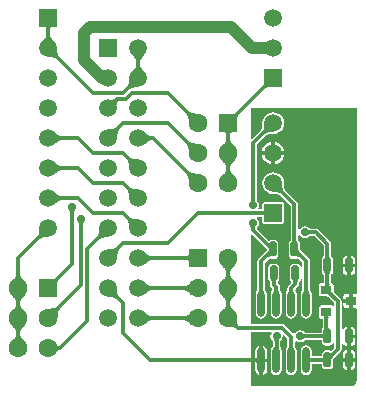
<source format=gtl>
G04 Layer_Physical_Order=1*
G04 Layer_Color=255*
%FSLAX25Y25*%
%MOIN*%
G70*
G01*
G75*
G04:AMPARAMS|DCode=10|XSize=50mil|YSize=24mil|CornerRadius=6mil|HoleSize=0mil|Usage=FLASHONLY|Rotation=90.000|XOffset=0mil|YOffset=0mil|HoleType=Round|Shape=RoundedRectangle|*
%AMROUNDEDRECTD10*
21,1,0.05000,0.01200,0,0,90.0*
21,1,0.03800,0.02400,0,0,90.0*
1,1,0.01200,0.00600,0.01900*
1,1,0.01200,0.00600,-0.01900*
1,1,0.01200,-0.00600,-0.01900*
1,1,0.01200,-0.00600,0.01900*
%
%ADD10ROUNDEDRECTD10*%
%ADD11O,0.02362X0.08661*%
%ADD12R,0.03543X0.03150*%
%ADD13C,0.01181*%
%ADD14C,0.03937*%
%ADD15C,0.06299*%
%ADD16R,0.06299X0.06299*%
%ADD17C,0.05905*%
%ADD18R,0.05905X0.05905*%
%ADD19C,0.05984*%
%ADD20R,0.05984X0.05984*%
%ADD21C,0.02756*%
G36*
X421596Y269762D02*
X421637Y269188D01*
X421662Y269048D01*
X421692Y268933D01*
X421727Y268844D01*
X421768Y268780D01*
X421815Y268742D01*
X421866Y268729D01*
X420142D01*
X420193Y268742D01*
X420240Y268780D01*
X420281Y268844D01*
X420316Y268933D01*
X420346Y269048D01*
X420371Y269188D01*
X420390Y269354D01*
X420412Y269762D01*
X420414Y270004D01*
X421594D01*
X421596Y269762D01*
D02*
G37*
G36*
X426598Y269950D02*
X426632Y269569D01*
X426663Y269393D01*
X426701Y269227D01*
X426749Y269070D01*
X426805Y268924D01*
X426870Y268787D01*
X426943Y268660D01*
X427025Y268542D01*
X424983D01*
X425065Y268660D01*
X425138Y268787D01*
X425203Y268924D01*
X425259Y269070D01*
X425306Y269227D01*
X425345Y269393D01*
X425376Y269569D01*
X425397Y269755D01*
X425414Y270155D01*
X426593D01*
X426598Y269950D01*
D02*
G37*
G36*
X433667Y272004D02*
X433685Y271802D01*
X433715Y271623D01*
X433756Y271468D01*
X433809Y271336D01*
X433874Y271229D01*
X433951Y271145D01*
X434039Y271086D01*
X434140Y271050D01*
X434252Y271038D01*
X431890D01*
X432002Y271050D01*
X432102Y271086D01*
X432191Y271145D01*
X432268Y271229D01*
X432333Y271336D01*
X432386Y271468D01*
X432427Y271623D01*
X432457Y271802D01*
X432474Y272004D01*
X432480Y272231D01*
X433661D01*
X433667Y272004D01*
D02*
G37*
G36*
X330607Y274749D02*
X330655Y274505D01*
X330736Y274254D01*
X330849Y273993D01*
X330994Y273724D01*
X331172Y273446D01*
X331382Y273160D01*
X331624Y272865D01*
X332205Y272249D01*
X327795D01*
X328102Y272561D01*
X328619Y273160D01*
X328828Y273446D01*
X329006Y273724D01*
X329151Y273993D01*
X329264Y274254D01*
X329345Y274505D01*
X329393Y274749D01*
X329410Y274984D01*
X330591D01*
X330607Y274749D01*
D02*
G37*
G36*
X423383Y272651D02*
X423309Y272572D01*
X423244Y272479D01*
X423187Y272373D01*
X423140Y272252D01*
X423101Y272118D01*
X423070Y271969D01*
X423049Y271807D01*
X423036Y271631D01*
X423032Y271441D01*
X421850D01*
X421846Y271631D01*
X421811Y271969D01*
X421781Y272118D01*
X421742Y272252D01*
X421694Y272373D01*
X421638Y272479D01*
X421573Y272572D01*
X421499Y272651D01*
X421417Y272715D01*
X423465D01*
X423383Y272651D01*
D02*
G37*
G36*
X434417Y269317D02*
X434376Y269215D01*
X434372Y269095D01*
X434402Y268956D01*
X434468Y268798D01*
X434569Y268622D01*
X434706Y268427D01*
X434877Y268213D01*
X435327Y267729D01*
X434296Y267091D01*
X434062Y267316D01*
X433640Y267671D01*
X433451Y267802D01*
X433277Y267901D01*
X433117Y267969D01*
X432972Y268006D01*
X432842Y268010D01*
X432726Y267984D01*
X432626Y267926D01*
X434492Y269400D01*
X434417Y269317D01*
D02*
G37*
G36*
X362996Y269562D02*
X363052Y268825D01*
X363105Y268496D01*
X363174Y268193D01*
X363259Y267917D01*
X363360Y267667D01*
X363477Y267443D01*
X363611Y267245D01*
X363761Y267074D01*
X362926Y266239D01*
X362755Y266389D01*
X362557Y266523D01*
X362333Y266640D01*
X362083Y266741D01*
X361807Y266826D01*
X361504Y266895D01*
X361175Y266948D01*
X360820Y266984D01*
X360030Y267008D01*
X362992Y269970D01*
X362996Y269562D01*
D02*
G37*
G36*
X387751Y267795D02*
X387439Y268102D01*
X386840Y268618D01*
X386554Y268828D01*
X386276Y269006D01*
X386007Y269151D01*
X385746Y269264D01*
X385494Y269345D01*
X385251Y269393D01*
X385016Y269409D01*
Y270590D01*
X385251Y270607D01*
X385494Y270655D01*
X385746Y270736D01*
X386007Y270849D01*
X386276Y270994D01*
X386554Y271172D01*
X386840Y271381D01*
X387135Y271624D01*
X387751Y272205D01*
Y267795D01*
D02*
G37*
G36*
X411598Y269950D02*
X411632Y269569D01*
X411663Y269393D01*
X411701Y269227D01*
X411749Y269070D01*
X411805Y268924D01*
X411870Y268787D01*
X411943Y268660D01*
X412025Y268542D01*
X409983D01*
X410065Y268660D01*
X410138Y268787D01*
X410203Y268924D01*
X410259Y269070D01*
X410306Y269227D01*
X410345Y269393D01*
X410375Y269569D01*
X410397Y269755D01*
X410414Y270155D01*
X411593D01*
X411598Y269950D01*
D02*
G37*
G36*
X372428Y271809D02*
X372989Y271327D01*
X373259Y271132D01*
X373522Y270967D01*
X373777Y270831D01*
X374026Y270726D01*
X374267Y270651D01*
X374501Y270606D01*
X374728Y270590D01*
Y269409D01*
X374501Y269394D01*
X374267Y269349D01*
X374026Y269274D01*
X373777Y269169D01*
X373522Y269034D01*
X373259Y268868D01*
X372989Y268672D01*
X372712Y268447D01*
X372137Y267905D01*
Y272094D01*
X372428Y271809D01*
D02*
G37*
G36*
X433666Y281034D02*
X433700Y280669D01*
X433731Y280510D01*
X433770Y280367D01*
X433817Y280239D01*
X433874Y280127D01*
X433939Y280030D01*
X434012Y279949D01*
X434095Y279883D01*
X432047D01*
X432129Y279949D01*
X432203Y280030D01*
X432268Y280127D01*
X432324Y280239D01*
X432372Y280367D01*
X432411Y280510D01*
X432441Y280669D01*
X432463Y280844D01*
X432476Y281034D01*
X432480Y281240D01*
X433661D01*
X433666Y281034D01*
D02*
G37*
G36*
X386875Y278819D02*
X386863Y278931D01*
X386828Y279031D01*
X386768Y279120D01*
X386684Y279197D01*
X386577Y279262D01*
X386446Y279315D01*
X386291Y279356D01*
X386112Y279386D01*
X385909Y279403D01*
X385682Y279410D01*
Y280591D01*
X385909Y280596D01*
X386112Y280614D01*
X386291Y280644D01*
X386446Y280685D01*
X386577Y280738D01*
X386684Y280803D01*
X386768Y280880D01*
X386828Y280968D01*
X386863Y281069D01*
X386875Y281181D01*
Y278819D01*
D02*
G37*
G36*
X363761Y282926D02*
X363611Y282755D01*
X363477Y282557D01*
X363360Y282333D01*
X363259Y282083D01*
X363174Y281807D01*
X363105Y281504D01*
X363052Y281175D01*
X363016Y280820D01*
X362992Y280030D01*
X360030Y282992D01*
X360438Y282996D01*
X361175Y283052D01*
X361504Y283105D01*
X361807Y283174D01*
X362083Y283259D01*
X362333Y283360D01*
X362557Y283477D01*
X362755Y283611D01*
X362926Y283761D01*
X363761Y282926D01*
D02*
G37*
G36*
X413071Y285410D02*
X413417Y285131D01*
X413559Y285047D01*
X413683Y284998D01*
X413786Y284987D01*
X413869Y285011D01*
X413933Y285072D01*
X413977Y285170D01*
X414001Y285304D01*
X413776Y282898D01*
X414075Y280459D01*
X413977Y280512D01*
X413876Y280545D01*
X413769Y280557D01*
X413658Y280548D01*
X413542Y280519D01*
X413422Y280470D01*
X413296Y280399D01*
X413166Y280309D01*
X413031Y280198D01*
X412892Y280066D01*
X412869Y281714D01*
X413046Y281899D01*
X413339Y282258D01*
X413454Y282431D01*
X413550Y282600D01*
X413624Y282765D01*
X413641Y282815D01*
X413615Y282892D01*
X413540Y283057D01*
X413445Y283226D01*
X413331Y283398D01*
X413197Y283573D01*
X413043Y283752D01*
X412869Y283933D01*
Y285604D01*
X413071Y285410D01*
D02*
G37*
G36*
X423284Y283236D02*
X423297Y283083D01*
X423330Y282926D01*
X423384Y282765D01*
X423458Y282600D01*
X423553Y282431D01*
X423669Y282258D01*
X423805Y282081D01*
X423961Y281899D01*
X424139Y281714D01*
X424116Y280066D01*
X423977Y280198D01*
X423842Y280309D01*
X423712Y280399D01*
X423586Y280470D01*
X423466Y280519D01*
X423350Y280548D01*
X423239Y280557D01*
X423132Y280545D01*
X423030Y280512D01*
X422933Y280459D01*
X423291Y283384D01*
X423284Y283236D01*
D02*
G37*
G36*
X343972Y273137D02*
X343737Y272893D01*
X343367Y272458D01*
X343232Y272265D01*
X343131Y272090D01*
X343063Y271931D01*
X343028Y271790D01*
X343027Y271665D01*
X343059Y271557D01*
X343125Y271466D01*
X341466Y273125D01*
X341557Y273059D01*
X341665Y273027D01*
X341790Y273028D01*
X341931Y273063D01*
X342090Y273131D01*
X342265Y273232D01*
X342458Y273367D01*
X342667Y273535D01*
X343137Y273972D01*
X343972Y273137D01*
D02*
G37*
G36*
X400607Y274749D02*
X400655Y274505D01*
X400736Y274254D01*
X400849Y273993D01*
X400994Y273724D01*
X401172Y273446D01*
X401381Y273160D01*
X401624Y272865D01*
X402205Y272249D01*
X397795D01*
X398102Y272561D01*
X398619Y273160D01*
X398828Y273446D01*
X399006Y273724D01*
X399151Y273993D01*
X399264Y274254D01*
X399345Y274505D01*
X399393Y274749D01*
X399410Y274984D01*
X400591D01*
X400607Y274749D01*
D02*
G37*
G36*
X434012Y275169D02*
X433939Y275088D01*
X433874Y274991D01*
X433817Y274879D01*
X433770Y274751D01*
X433731Y274608D01*
X433700Y274449D01*
X433679Y274274D01*
X433666Y274084D01*
X433661Y273878D01*
X432480D01*
X432476Y274084D01*
X432441Y274449D01*
X432411Y274608D01*
X432372Y274751D01*
X432324Y274879D01*
X432268Y274991D01*
X432203Y275088D01*
X432129Y275169D01*
X432047Y275235D01*
X434095D01*
X434012Y275169D01*
D02*
G37*
G36*
X372428Y281809D02*
X372989Y281328D01*
X373259Y281132D01*
X373522Y280966D01*
X373777Y280831D01*
X374026Y280726D01*
X374267Y280651D01*
X374501Y280606D01*
X374728Y280591D01*
Y279410D01*
X374501Y279394D01*
X374267Y279349D01*
X374026Y279274D01*
X373777Y279169D01*
X373522Y279033D01*
X373259Y278868D01*
X372989Y278673D01*
X372712Y278447D01*
X372137Y277906D01*
Y282095D01*
X372428Y281809D01*
D02*
G37*
G36*
X401898Y277439D02*
X401381Y276840D01*
X401172Y276554D01*
X400994Y276276D01*
X400849Y276007D01*
X400736Y275746D01*
X400655Y275495D01*
X400607Y275251D01*
X400591Y275016D01*
X399410D01*
X399393Y275251D01*
X399345Y275495D01*
X399264Y275746D01*
X399151Y276007D01*
X399006Y276276D01*
X398828Y276554D01*
X398619Y276840D01*
X398376Y277135D01*
X397795Y277751D01*
X402205D01*
X401898Y277439D01*
D02*
G37*
G36*
Y267439D02*
X401381Y266840D01*
X401172Y266554D01*
X400994Y266276D01*
X400849Y266007D01*
X400736Y265746D01*
X400655Y265494D01*
X400607Y265251D01*
X400591Y265017D01*
X399410D01*
X399393Y265251D01*
X399345Y265494D01*
X399264Y265746D01*
X399151Y266007D01*
X399006Y266276D01*
X398828Y266554D01*
X398619Y266840D01*
X398376Y267135D01*
X397795Y267751D01*
X402205D01*
X401898Y267439D01*
D02*
G37*
G36*
X417035Y252876D02*
X416972Y252792D01*
X416916Y252701D01*
X416867Y252603D01*
X416826Y252498D01*
X416792Y252385D01*
X416766Y252266D01*
X416747Y252139D01*
X416736Y252006D01*
X416732Y251865D01*
X415551D01*
X415547Y252006D01*
X415536Y252139D01*
X415518Y252266D01*
X415491Y252385D01*
X415458Y252498D01*
X415416Y252603D01*
X415368Y252701D01*
X415312Y252792D01*
X415248Y252876D01*
X415177Y252953D01*
X417106D01*
X417035Y252876D01*
D02*
G37*
G36*
X421598Y251052D02*
X421632Y250671D01*
X421663Y250495D01*
X421701Y250329D01*
X421749Y250173D01*
X421805Y250026D01*
X421870Y249889D01*
X421943Y249762D01*
X422025Y249645D01*
X419983D01*
X420065Y249762D01*
X420138Y249889D01*
X420203Y250026D01*
X420259Y250173D01*
X420306Y250329D01*
X420345Y250495D01*
X420375Y250671D01*
X420397Y250857D01*
X420414Y251257D01*
X421594D01*
X421598Y251052D01*
D02*
G37*
G36*
X330607Y254749D02*
X330655Y254505D01*
X330736Y254254D01*
X330849Y253993D01*
X330994Y253724D01*
X331172Y253446D01*
X331382Y253160D01*
X331624Y252865D01*
X332205Y252249D01*
X327795D01*
X328102Y252561D01*
X328619Y253160D01*
X328828Y253446D01*
X329006Y253724D01*
X329151Y253993D01*
X329264Y254254D01*
X329345Y254505D01*
X329393Y254749D01*
X329410Y254983D01*
X330591D01*
X330607Y254749D01*
D02*
G37*
G36*
X425077Y254831D02*
X425161Y254767D01*
X425252Y254711D01*
X425350Y254662D01*
X425455Y254621D01*
X425567Y254587D01*
X425687Y254561D01*
X425813Y254542D01*
X425947Y254531D01*
X426088Y254528D01*
Y253346D01*
X425947Y253343D01*
X425813Y253331D01*
X425687Y253313D01*
X425567Y253287D01*
X425455Y253253D01*
X425350Y253212D01*
X425252Y253163D01*
X425161Y253107D01*
X425077Y253044D01*
X425000Y252972D01*
Y254902D01*
X425077Y254831D01*
D02*
G37*
G36*
X431883Y252756D02*
X431871Y252868D01*
X431836Y252969D01*
X431776Y253057D01*
X431693Y253134D01*
X431585Y253199D01*
X431454Y253252D01*
X431299Y253293D01*
X431120Y253323D01*
X430917Y253341D01*
X430690Y253346D01*
Y254528D01*
X430917Y254534D01*
X431120Y254551D01*
X431299Y254581D01*
X431454Y254622D01*
X431585Y254675D01*
X431693Y254740D01*
X431776Y254817D01*
X431836Y254906D01*
X431871Y255006D01*
X431883Y255118D01*
Y252756D01*
D02*
G37*
G36*
Y244882D02*
X431871Y244994D01*
X431836Y245094D01*
X431776Y245183D01*
X431693Y245260D01*
X431585Y245325D01*
X431454Y245378D01*
X431299Y245419D01*
X431120Y245449D01*
X430917Y245466D01*
X430690Y245472D01*
Y246654D01*
X430917Y246659D01*
X431120Y246677D01*
X431299Y246707D01*
X431454Y246748D01*
X431585Y246801D01*
X431693Y246866D01*
X431776Y246943D01*
X431836Y247031D01*
X431871Y247132D01*
X431883Y247244D01*
Y244882D01*
D02*
G37*
G36*
X427183Y247132D02*
X427219Y247031D01*
X427279Y246943D01*
X427362Y246866D01*
X427469Y246801D01*
X427601Y246748D01*
X427756Y246707D01*
X427935Y246677D01*
X428137Y246659D01*
X428364Y246654D01*
Y245472D01*
X428137Y245466D01*
X427935Y245449D01*
X427756Y245419D01*
X427601Y245378D01*
X427469Y245325D01*
X427362Y245260D01*
X427279Y245183D01*
X427219Y245094D01*
X427183Y244994D01*
X427171Y244882D01*
Y247244D01*
X427183Y247132D01*
D02*
G37*
G36*
X435106Y247263D02*
X434928Y247077D01*
X434636Y246719D01*
X434520Y246546D01*
X434425Y246376D01*
X434351Y246212D01*
X434297Y246051D01*
X434264Y245894D01*
X434251Y245741D01*
X434258Y245592D01*
X433900Y248517D01*
X433997Y248464D01*
X434099Y248431D01*
X434205Y248419D01*
X434317Y248428D01*
X434433Y248457D01*
X434553Y248507D01*
X434679Y248577D01*
X434809Y248668D01*
X434944Y248779D01*
X435083Y248910D01*
X435106Y247263D01*
D02*
G37*
G36*
X416732Y251151D02*
X416735Y250934D01*
X416779Y250370D01*
X416806Y250212D01*
X416838Y250069D01*
X416876Y249941D01*
X416920Y249827D01*
X416969Y249728D01*
X417025Y249645D01*
X414983D01*
X415091Y249795D01*
X415187Y249949D01*
X415273Y250106D01*
X415346Y250267D01*
X415409Y250432D01*
X415460Y250601D01*
X415500Y250774D01*
X415528Y250950D01*
X415546Y251130D01*
X415551Y251314D01*
X416732Y251151D01*
D02*
G37*
G36*
X343023Y250916D02*
X343072Y250848D01*
X343136Y250787D01*
X343215Y250735D01*
X343309Y250691D01*
X343417Y250655D01*
X343541Y250627D01*
X343679Y250607D01*
X343832Y250595D01*
X344000Y250590D01*
Y249410D01*
X343832Y249405D01*
X343679Y249393D01*
X343541Y249373D01*
X343417Y249345D01*
X343309Y249309D01*
X343215Y249265D01*
X343136Y249213D01*
X343072Y249152D01*
X343023Y249084D01*
X342989Y249008D01*
Y250992D01*
X343023Y250916D01*
D02*
G37*
G36*
X343941Y263106D02*
X343787Y262929D01*
X343649Y262723D01*
X343528Y262487D01*
X343424Y262223D01*
X343336Y261930D01*
X343265Y261608D01*
X343211Y261258D01*
X343174Y260878D01*
X343149Y260032D01*
X340032Y263149D01*
X340469Y263153D01*
X341258Y263211D01*
X341608Y263265D01*
X341930Y263336D01*
X342223Y263424D01*
X342487Y263528D01*
X342723Y263649D01*
X342929Y263787D01*
X343106Y263941D01*
X343941Y263106D01*
D02*
G37*
G36*
X433803Y260434D02*
X433702Y260399D01*
X433614Y260340D01*
X433537Y260257D01*
X433472Y260151D01*
X433419Y260021D01*
X433378Y259867D01*
X433348Y259690D01*
X433330Y259489D01*
X433324Y259265D01*
X432143D01*
X432137Y259489D01*
X432120Y259690D01*
X432090Y259867D01*
X432049Y260021D01*
X431996Y260151D01*
X431931Y260257D01*
X431854Y260340D01*
X431765Y260399D01*
X431665Y260434D01*
X431553Y260446D01*
X433915D01*
X433803Y260434D01*
D02*
G37*
G36*
X330607Y264749D02*
X330655Y264506D01*
X330736Y264254D01*
X330849Y263993D01*
X330994Y263724D01*
X331172Y263446D01*
X331382Y263160D01*
X331624Y262865D01*
X332205Y262249D01*
X327795D01*
X328102Y262561D01*
X328619Y263160D01*
X328828Y263446D01*
X329006Y263724D01*
X329151Y263993D01*
X329264Y264254D01*
X329345Y264506D01*
X329393Y264749D01*
X329410Y264984D01*
X330591D01*
X330607Y264749D01*
D02*
G37*
G36*
X331898Y267439D02*
X331382Y266840D01*
X331172Y266554D01*
X330994Y266276D01*
X330849Y266007D01*
X330736Y265746D01*
X330655Y265494D01*
X330607Y265251D01*
X330591Y265017D01*
X329410D01*
X329393Y265251D01*
X329345Y265494D01*
X329264Y265746D01*
X329151Y266007D01*
X329006Y266276D01*
X328828Y266554D01*
X328619Y266840D01*
X328376Y267135D01*
X327795Y267751D01*
X332205D01*
X331898Y267439D01*
D02*
G37*
G36*
X400607Y264749D02*
X400655Y264506D01*
X400736Y264254D01*
X400849Y263993D01*
X400994Y263724D01*
X401172Y263446D01*
X401381Y263160D01*
X401624Y262865D01*
X402205Y262249D01*
X397795D01*
X398102Y262561D01*
X398619Y263160D01*
X398828Y263446D01*
X399006Y263724D01*
X399151Y263993D01*
X399264Y264254D01*
X399345Y264506D01*
X399393Y264749D01*
X399410Y264984D01*
X400591D01*
X400607Y264749D01*
D02*
G37*
G36*
X433330Y257365D02*
X433348Y257140D01*
X433377Y256944D01*
X433418Y256777D01*
X433470Y256638D01*
X433535Y256528D01*
X433610Y256446D01*
X433698Y256392D01*
X433797Y256367D01*
X433908Y256371D01*
X431917Y256066D01*
X431960Y256142D01*
X431998Y256232D01*
X432032Y256338D01*
X432062Y256459D01*
X432087Y256596D01*
X432123Y256914D01*
X432141Y257294D01*
X432143Y257506D01*
X433324Y257618D01*
X433330Y257365D01*
D02*
G37*
G36*
X331898Y257439D02*
X331382Y256840D01*
X331172Y256554D01*
X330994Y256276D01*
X330849Y256007D01*
X330736Y255746D01*
X330655Y255494D01*
X330607Y255251D01*
X330591Y255016D01*
X329410D01*
X329393Y255251D01*
X329345Y255494D01*
X329264Y255746D01*
X329151Y256007D01*
X329006Y256276D01*
X328828Y256554D01*
X328619Y256840D01*
X328376Y257135D01*
X327795Y257751D01*
X332205D01*
X331898Y257439D01*
D02*
G37*
G36*
X403018Y259033D02*
X402995Y258801D01*
X402996Y258575D01*
X403019Y258356D01*
X403066Y258145D01*
X403135Y257940D01*
X403228Y257742D01*
X403344Y257551D01*
X403484Y257367D01*
X403646Y257189D01*
X402811Y256354D01*
X402633Y256516D01*
X402449Y256656D01*
X402258Y256772D01*
X402060Y256865D01*
X401855Y256934D01*
X401644Y256981D01*
X401425Y257004D01*
X401199Y257005D01*
X400967Y256982D01*
X400728Y256936D01*
X403064Y259272D01*
X403018Y259033D01*
D02*
G37*
G36*
X372428Y261809D02*
X372989Y261328D01*
X373259Y261132D01*
X373522Y260966D01*
X373777Y260831D01*
X374026Y260726D01*
X374267Y260651D01*
X374501Y260606D01*
X374728Y260591D01*
Y259409D01*
X374501Y259394D01*
X374267Y259349D01*
X374026Y259274D01*
X373777Y259169D01*
X373522Y259033D01*
X373259Y258868D01*
X372989Y258672D01*
X372712Y258447D01*
X372137Y257906D01*
Y262094D01*
X372428Y261809D01*
D02*
G37*
G36*
X387751Y257795D02*
X387439Y258102D01*
X386840Y258618D01*
X386554Y258828D01*
X386276Y259006D01*
X386007Y259151D01*
X385746Y259264D01*
X385494Y259345D01*
X385251Y259393D01*
X385016Y259409D01*
Y260591D01*
X385251Y260607D01*
X385494Y260655D01*
X385746Y260736D01*
X386007Y260849D01*
X386276Y260994D01*
X386554Y261172D01*
X386840Y261382D01*
X387135Y261624D01*
X387751Y262205D01*
Y257795D01*
D02*
G37*
G36*
X422699Y286388D02*
X422733Y286024D01*
X422764Y285865D01*
X422803Y285721D01*
X422851Y285593D01*
X422907Y285481D01*
X422972Y285384D01*
X423045Y285303D01*
X423128Y285237D01*
X421080D01*
X421162Y285303D01*
X421236Y285384D01*
X421301Y285481D01*
X421357Y285593D01*
X421405Y285721D01*
X421444Y285865D01*
X421474Y286024D01*
X421496Y286198D01*
X421509Y286388D01*
X421513Y286594D01*
X422694D01*
X422699Y286388D01*
D02*
G37*
G36*
X372428Y321809D02*
X372989Y321327D01*
X373259Y321132D01*
X373522Y320967D01*
X373777Y320831D01*
X374026Y320726D01*
X374267Y320651D01*
X374501Y320606D01*
X374728Y320590D01*
Y319409D01*
X374501Y319394D01*
X374267Y319349D01*
X374026Y319274D01*
X373777Y319169D01*
X373522Y319034D01*
X373259Y318868D01*
X372989Y318672D01*
X372712Y318447D01*
X372137Y317905D01*
Y322094D01*
X372428Y321809D01*
D02*
G37*
G36*
X400607Y319749D02*
X400655Y319506D01*
X400736Y319254D01*
X400849Y318993D01*
X400994Y318724D01*
X401172Y318446D01*
X401381Y318160D01*
X401624Y317865D01*
X402205Y317249D01*
X397795D01*
X398102Y317561D01*
X398619Y318160D01*
X398828Y318446D01*
X399006Y318724D01*
X399151Y318993D01*
X399264Y319254D01*
X399345Y319506D01*
X399393Y319749D01*
X399410Y319984D01*
X400591D01*
X400607Y319749D01*
D02*
G37*
G36*
X342395Y321786D02*
X342947Y321314D01*
X343212Y321122D01*
X343471Y320960D01*
X343724Y320827D01*
X343969Y320723D01*
X344208Y320650D01*
X344440Y320605D01*
X344665Y320590D01*
Y319409D01*
X344440Y319395D01*
X344208Y319350D01*
X343969Y319277D01*
X343724Y319173D01*
X343471Y319040D01*
X343212Y318878D01*
X342947Y318686D01*
X342674Y318465D01*
X342109Y317933D01*
Y322067D01*
X342395Y321786D01*
D02*
G37*
G36*
X363761Y322926D02*
X363611Y322755D01*
X363477Y322557D01*
X363360Y322333D01*
X363259Y322083D01*
X363174Y321807D01*
X363105Y321504D01*
X363052Y321175D01*
X363016Y320820D01*
X362992Y320030D01*
X360030Y322992D01*
X360438Y322996D01*
X361175Y323052D01*
X361504Y323105D01*
X361807Y323174D01*
X362083Y323259D01*
X362333Y323360D01*
X362557Y323478D01*
X362755Y323611D01*
X362926Y323761D01*
X363761Y322926D01*
D02*
G37*
G36*
X371809Y347572D02*
X371327Y347011D01*
X371132Y346741D01*
X370967Y346478D01*
X370831Y346223D01*
X370726Y345974D01*
X370651Y345733D01*
X370606Y345498D01*
X370590Y345271D01*
X369409D01*
X369394Y345498D01*
X369349Y345733D01*
X369274Y345974D01*
X369169Y346223D01*
X369034Y346478D01*
X368868Y346741D01*
X368672Y347011D01*
X368447Y347288D01*
X367905Y347863D01*
X372094D01*
X371809Y347572D01*
D02*
G37*
G36*
X367245Y313611D02*
X367443Y313477D01*
X367667Y313360D01*
X367917Y313259D01*
X368193Y313174D01*
X368496Y313105D01*
X368825Y313052D01*
X369180Y313016D01*
X369970Y312992D01*
X367008Y310030D01*
X367004Y310438D01*
X366948Y311175D01*
X366895Y311504D01*
X366826Y311807D01*
X366741Y312083D01*
X366640Y312333D01*
X366523Y312557D01*
X366389Y312755D01*
X366239Y312926D01*
X367074Y313761D01*
X367245Y313611D01*
D02*
G37*
G36*
X401898Y312439D02*
X401381Y311840D01*
X401172Y311554D01*
X400994Y311276D01*
X400849Y311007D01*
X400736Y310746D01*
X400655Y310494D01*
X400607Y310251D01*
X400591Y310016D01*
X399410D01*
X399393Y310251D01*
X399345Y310494D01*
X399264Y310746D01*
X399151Y311007D01*
X399006Y311276D01*
X398828Y311554D01*
X398619Y311840D01*
X398376Y312135D01*
X397795Y312751D01*
X402205D01*
X401898Y312439D01*
D02*
G37*
G36*
X387071Y318787D02*
X387277Y318649D01*
X387513Y318528D01*
X387777Y318424D01*
X388070Y318336D01*
X388392Y318265D01*
X388742Y318211D01*
X389122Y318174D01*
X389968Y318149D01*
X386851Y315032D01*
X386847Y315469D01*
X386789Y316258D01*
X386735Y316608D01*
X386664Y316930D01*
X386576Y317223D01*
X386472Y317487D01*
X386351Y317723D01*
X386213Y317929D01*
X386059Y318106D01*
X386894Y318941D01*
X387071Y318787D01*
D02*
G37*
G36*
X342956Y349570D02*
X343013Y348846D01*
X343065Y348522D01*
X343133Y348224D01*
X343217Y347952D01*
X343318Y347705D01*
X343435Y347484D01*
X343567Y347289D01*
X343716Y347119D01*
X342881Y346284D01*
X342711Y346433D01*
X342516Y346565D01*
X342295Y346682D01*
X342048Y346782D01*
X341776Y346867D01*
X341478Y346935D01*
X341154Y346987D01*
X340805Y347024D01*
X340030Y347047D01*
X342953Y349971D01*
X342956Y349570D01*
D02*
G37*
G36*
X412891Y347933D02*
X412855Y347952D01*
X412786Y347969D01*
X412683Y347983D01*
X412377Y348007D01*
X411364Y348030D01*
X411027Y348031D01*
Y351969D01*
X412891Y352067D01*
Y347933D01*
D02*
G37*
G36*
X363418Y332582D02*
X363266Y332419D01*
X363137Y332253D01*
X363029Y332083D01*
X362943Y331911D01*
X362878Y331736D01*
X362835Y331558D01*
X362813Y331377D01*
X362814Y331192D01*
X362835Y331006D01*
X362879Y330816D01*
X360816Y332879D01*
X361005Y332835D01*
X361192Y332814D01*
X361377Y332814D01*
X361558Y332835D01*
X361736Y332878D01*
X361911Y332943D01*
X362083Y333029D01*
X362253Y333137D01*
X362419Y333266D01*
X362582Y333418D01*
X363418Y332582D01*
D02*
G37*
G36*
X370606Y344501D02*
X370651Y344267D01*
X370726Y344026D01*
X370831Y343777D01*
X370967Y343522D01*
X371132Y343259D01*
X371327Y342989D01*
X371553Y342712D01*
X372094Y342137D01*
X367905D01*
X368191Y342428D01*
X368672Y342989D01*
X368868Y343259D01*
X369034Y343522D01*
X369169Y343777D01*
X369274Y344026D01*
X369349Y344267D01*
X369394Y344501D01*
X369409Y344728D01*
X370590D01*
X370606Y344501D01*
D02*
G37*
G36*
X369970Y337008D02*
X369562Y337004D01*
X368825Y336948D01*
X368496Y336895D01*
X368193Y336826D01*
X367917Y336741D01*
X367667Y336640D01*
X367443Y336523D01*
X367245Y336389D01*
X367074Y336239D01*
X366239Y337074D01*
X366389Y337245D01*
X366523Y337443D01*
X366640Y337667D01*
X366741Y337917D01*
X366826Y338193D01*
X366895Y338496D01*
X366948Y338825D01*
X366984Y339180D01*
X367008Y339970D01*
X369970Y337008D01*
D02*
G37*
G36*
X357285Y343503D02*
X358052Y342831D01*
X358194Y342734D01*
X358315Y342664D01*
X358417Y342622D01*
X358498Y342608D01*
X358559Y342622D01*
X357304Y338701D01*
X354474Y340742D01*
X357043Y343741D01*
X357285Y343503D01*
D02*
G37*
G36*
X413731Y337060D02*
X413639Y337127D01*
X413530Y337160D01*
X413405D01*
X413263Y337127D01*
X413104Y337060D01*
X412929Y336960D01*
X412737Y336826D01*
X412528Y336659D01*
X412060Y336225D01*
X411225Y337060D01*
X411459Y337302D01*
X411826Y337737D01*
X411960Y337929D01*
X412060Y338104D01*
X412127Y338263D01*
X412160Y338405D01*
Y338530D01*
X412127Y338639D01*
X412060Y338731D01*
X413731Y337060D01*
D02*
G37*
G36*
X414970Y322047D02*
X414570Y322043D01*
X413846Y321987D01*
X413522Y321935D01*
X413224Y321867D01*
X412952Y321782D01*
X412705Y321682D01*
X412484Y321565D01*
X412289Y321433D01*
X412119Y321284D01*
X411284Y322119D01*
X411433Y322289D01*
X411565Y322484D01*
X411682Y322705D01*
X411783Y322952D01*
X411867Y323224D01*
X411935Y323522D01*
X411987Y323846D01*
X412023Y324195D01*
X412047Y324971D01*
X414970Y322047D01*
D02*
G37*
G36*
X401069Y321852D02*
X400969Y321816D01*
X400880Y321757D01*
X400803Y321674D01*
X400738Y321568D01*
X400685Y321438D01*
X400644Y321285D01*
X400614Y321108D01*
X400597Y320907D01*
X400591Y320682D01*
X399410D01*
X399404Y320907D01*
X399386Y321108D01*
X399356Y321285D01*
X399315Y321438D01*
X399262Y321568D01*
X399197Y321674D01*
X399120Y321757D01*
X399031Y321816D01*
X398931Y321852D01*
X398819Y321863D01*
X401181D01*
X401069Y321852D01*
D02*
G37*
G36*
X442993Y268306D02*
X442773Y268126D01*
X441592D01*
Y265748D01*
Y263370D01*
X442773D01*
X442993Y263190D01*
Y240000D01*
X443002Y239957D01*
X442905Y239222D01*
X442604Y238496D01*
X442126Y237874D01*
X441640Y237500D01*
X407500D01*
Y255527D01*
X414188D01*
X414455Y255027D01*
X414250Y254720D01*
X414094Y253937D01*
X414250Y253154D01*
X414694Y252489D01*
X414778Y252434D01*
X414781Y252429D01*
X414806Y252389D01*
X414829Y252343D01*
X414850Y252288D01*
X414869Y252224D01*
X414885Y252150D01*
X414897Y252069D01*
Y251098D01*
X414891Y251032D01*
X414869Y250897D01*
X414839Y250767D01*
X414801Y250640D01*
X414754Y250515D01*
X414698Y250393D01*
X414633Y250273D01*
X414558Y250154D01*
X414462Y250020D01*
X414442Y249977D01*
X414298Y249762D01*
X414157Y249055D01*
Y242756D01*
X414298Y242049D01*
X414698Y241450D01*
X415297Y241050D01*
X416004Y240909D01*
X416711Y241050D01*
X417310Y241450D01*
X417710Y242049D01*
X417850Y242756D01*
Y249055D01*
X417710Y249762D01*
X417575Y249963D01*
X417560Y250000D01*
X417526Y250052D01*
X417507Y250088D01*
X417484Y250148D01*
X417460Y250231D01*
X417436Y250335D01*
X417417Y250448D01*
X417386Y250848D01*
Y252069D01*
X417398Y252150D01*
X417414Y252224D01*
X417434Y252288D01*
X417455Y252343D01*
X417478Y252389D01*
X417502Y252429D01*
X417506Y252434D01*
X417589Y252489D01*
X418033Y253154D01*
X418189Y253937D01*
X418137Y254200D01*
X418598Y254446D01*
X419760Y253284D01*
Y250981D01*
X419756Y250908D01*
X419740Y250763D01*
X419715Y250623D01*
X419686Y250496D01*
X419651Y250381D01*
X419612Y250278D01*
X419569Y250187D01*
X419522Y250107D01*
X419456Y250013D01*
X419438Y249972D01*
X419298Y249762D01*
X419157Y249055D01*
Y242756D01*
X419298Y242049D01*
X419698Y241450D01*
X420297Y241050D01*
X421004Y240909D01*
X421711Y241050D01*
X422310Y241450D01*
X422710Y242049D01*
X422850Y242756D01*
Y249055D01*
X422710Y249762D01*
X422570Y249972D01*
X422552Y250013D01*
X422486Y250107D01*
X422439Y250188D01*
X422396Y250278D01*
X422357Y250381D01*
X422322Y250496D01*
X422292Y250623D01*
X422270Y250755D01*
X422248Y250991D01*
Y252137D01*
X422748Y252369D01*
X423232Y252046D01*
X424016Y251890D01*
X424799Y252046D01*
X425463Y252489D01*
X425519Y252573D01*
X425524Y252576D01*
X425563Y252601D01*
X425610Y252624D01*
X425665Y252645D01*
X425729Y252664D01*
X425803Y252681D01*
X425883Y252693D01*
X430954D01*
X431039Y252685D01*
X431163Y252665D01*
X431217Y252650D01*
Y252037D01*
X431312Y251557D01*
X431584Y251150D01*
X431991Y250879D01*
X432471Y250783D01*
X433671D01*
X434151Y250879D01*
X434558Y251150D01*
X434829Y251557D01*
X434870Y251760D01*
X435370Y251711D01*
Y250122D01*
X434463Y249215D01*
X434420Y249180D01*
X434337Y249122D01*
X434273Y249086D01*
X434231Y249069D01*
X434230Y249069D01*
X434230Y249069D01*
X434151Y249121D01*
X433671Y249217D01*
X432471D01*
X431991Y249121D01*
X431584Y248850D01*
X431312Y248443D01*
X431217Y247963D01*
Y247350D01*
X431164Y247335D01*
X431039Y247315D01*
X430954Y247307D01*
X428101D01*
X428015Y247315D01*
X427891Y247335D01*
X427850Y247346D01*
Y249055D01*
X427710Y249762D01*
X427310Y250361D01*
X426711Y250761D01*
X426004Y250902D01*
X425297Y250761D01*
X424698Y250361D01*
X424298Y249762D01*
X424157Y249055D01*
Y242756D01*
X424298Y242049D01*
X424698Y241450D01*
X425297Y241050D01*
X426004Y240909D01*
X426711Y241050D01*
X427310Y241450D01*
X427710Y242049D01*
X427850Y242756D01*
Y244780D01*
X427891Y244791D01*
X428015Y244811D01*
X428101Y244819D01*
X430954D01*
X431039Y244811D01*
X431163Y244791D01*
X431217Y244776D01*
Y244163D01*
X431312Y243683D01*
X431584Y243276D01*
X431991Y243004D01*
X432471Y242909D01*
X433671D01*
X434151Y243004D01*
X434558Y243276D01*
X434829Y243683D01*
X434925Y244163D01*
Y245903D01*
X434950Y245977D01*
X434999Y246087D01*
X435068Y246210D01*
X435153Y246336D01*
X435369Y246602D01*
X437494Y248726D01*
X437764Y249130D01*
X437859Y249606D01*
Y251474D01*
X438359Y251523D01*
X438364Y251496D01*
X438671Y251037D01*
X439129Y250730D01*
X439671Y250622D01*
X439680D01*
Y253937D01*
Y257252D01*
X439671D01*
X439129Y257144D01*
X438671Y256837D01*
X438364Y256378D01*
X438359Y256351D01*
X437859Y256400D01*
Y265608D01*
X437764Y266084D01*
X437494Y266488D01*
X435569Y268412D01*
X435363Y268634D01*
X435219Y268813D01*
X435148Y268915D01*
Y271063D01*
X435099Y271309D01*
X434960Y271517D01*
X434751Y271656D01*
X434505Y271705D01*
X434357D01*
X434343Y271758D01*
X434323Y271882D01*
X434315Y271968D01*
Y274168D01*
X434318Y274213D01*
X434335Y274349D01*
X434357Y274463D01*
X434382Y274554D01*
X434407Y274622D01*
X434430Y274667D01*
X434446Y274691D01*
X434453Y274700D01*
X434477Y274719D01*
X434558Y274772D01*
X434829Y275179D01*
X434925Y275659D01*
Y279459D01*
X434829Y279939D01*
X434558Y280346D01*
X434477Y280399D01*
X434453Y280418D01*
X434446Y280427D01*
X434430Y280451D01*
X434407Y280496D01*
X434382Y280564D01*
X434357Y280655D01*
X434337Y280760D01*
X434315Y280988D01*
Y284759D01*
X434221Y285235D01*
X433951Y285639D01*
X430127Y289463D01*
X429724Y289732D01*
X429247Y289827D01*
X427458D01*
X427377Y289839D01*
X427303Y289855D01*
X427239Y289874D01*
X427185Y289896D01*
X427138Y289919D01*
X427099Y289943D01*
X427094Y289947D01*
X427038Y290030D01*
X426374Y290474D01*
X425591Y290630D01*
X424807Y290474D01*
X424143Y290030D01*
X423848Y289589D01*
X423348Y289741D01*
Y297896D01*
X423254Y298372D01*
X422984Y298776D01*
X419074Y302686D01*
X418986Y302815D01*
X418901Y302977D01*
X418823Y303168D01*
X418754Y303391D01*
X418696Y303645D01*
X418651Y303922D01*
X418599Y304598D01*
X418596Y304866D01*
X418614Y305000D01*
X418490Y305935D01*
X418129Y306807D01*
X417555Y307555D01*
X416807Y308129D01*
X415935Y308490D01*
X415000Y308614D01*
X414065Y308490D01*
X413193Y308129D01*
X412445Y307555D01*
X411871Y306807D01*
X411510Y305935D01*
X411386Y305000D01*
X411510Y304065D01*
X411871Y303193D01*
X412445Y302445D01*
X413193Y301871D01*
X414065Y301509D01*
X415000Y301386D01*
X415119Y301402D01*
X415762Y301382D01*
X416070Y301350D01*
X416355Y301304D01*
X416609Y301246D01*
X416832Y301177D01*
X417023Y301099D01*
X417185Y301014D01*
X417314Y300926D01*
X420860Y297381D01*
Y286304D01*
X420857Y286260D01*
X420840Y286124D01*
X420818Y286009D01*
X420793Y285918D01*
X420768Y285850D01*
X420745Y285805D01*
X420729Y285781D01*
X420721Y285773D01*
X420698Y285754D01*
X420617Y285700D01*
X420345Y285293D01*
X420250Y284813D01*
Y281013D01*
X420345Y280534D01*
X420617Y280127D01*
X421024Y279855D01*
X421504Y279759D01*
X422704D01*
X423184Y279855D01*
X423263Y279908D01*
X423263Y279908D01*
X423264Y279907D01*
X423306Y279890D01*
X423371Y279854D01*
X423453Y279797D01*
X423496Y279761D01*
X424760Y278498D01*
Y277167D01*
X424260Y277117D01*
X424199Y277419D01*
X423928Y277826D01*
X423521Y278098D01*
X423041Y278193D01*
X421841D01*
X421361Y278098D01*
X420954Y277826D01*
X420682Y277419D01*
X420587Y276939D01*
Y273139D01*
X420682Y272659D01*
X420954Y272253D01*
X420976Y271799D01*
X420964Y271724D01*
X420124Y270884D01*
X419854Y270480D01*
X419760Y270004D01*
Y269596D01*
X419749Y269408D01*
X419735Y269283D01*
X419698Y269258D01*
X419298Y268659D01*
X419157Y267953D01*
Y261653D01*
X419298Y260947D01*
X419698Y260348D01*
X420297Y259948D01*
X421004Y259807D01*
X421711Y259948D01*
X422310Y260348D01*
X422710Y260947D01*
X422850Y261653D01*
Y267953D01*
X422710Y268659D01*
X422310Y269258D01*
X422473Y269713D01*
X423321Y270561D01*
X423591Y270965D01*
X423685Y271441D01*
Y271705D01*
X423688Y271741D01*
X423704Y271862D01*
X423725Y271964D01*
X423748Y272044D01*
X423772Y272104D01*
X423793Y272143D01*
X423809Y272166D01*
X423818Y272176D01*
X423846Y272198D01*
X423928Y272253D01*
X424199Y272659D01*
X424260Y272961D01*
X424760Y272912D01*
Y269878D01*
X424756Y269806D01*
X424740Y269660D01*
X424716Y269520D01*
X424686Y269393D01*
X424651Y269279D01*
X424612Y269176D01*
X424569Y269085D01*
X424522Y269005D01*
X424456Y268910D01*
X424438Y268869D01*
X424298Y268659D01*
X424157Y267953D01*
Y261653D01*
X424298Y260947D01*
X424698Y260348D01*
X425297Y259948D01*
X426004Y259807D01*
X426711Y259948D01*
X427310Y260348D01*
X427710Y260947D01*
X427850Y261653D01*
Y267953D01*
X427710Y268659D01*
X427569Y268869D01*
X427552Y268910D01*
X427486Y269005D01*
X427439Y269085D01*
X427396Y269176D01*
X427357Y269279D01*
X427322Y269393D01*
X427292Y269520D01*
X427270Y269652D01*
X427248Y269888D01*
Y279013D01*
X427154Y279490D01*
X426884Y279893D01*
X424381Y282397D01*
X424303Y282486D01*
X424191Y282632D01*
X424101Y282767D01*
X424032Y282890D01*
X423983Y283000D01*
X423958Y283073D01*
Y284813D01*
X423863Y285293D01*
X423591Y285700D01*
X423510Y285754D01*
X423487Y285773D01*
X423479Y285781D01*
X423463Y285805D01*
X423440Y285850D01*
X423415Y285918D01*
X423390Y286009D01*
X423370Y286115D01*
X423348Y286343D01*
Y287424D01*
X423848Y287576D01*
X424143Y287135D01*
X424807Y286691D01*
X425591Y286536D01*
X426374Y286691D01*
X427038Y287135D01*
X427094Y287219D01*
X427099Y287222D01*
X427138Y287246D01*
X427185Y287269D01*
X427239Y287291D01*
X427303Y287310D01*
X427378Y287326D01*
X427458Y287338D01*
X428732D01*
X431826Y284244D01*
Y280950D01*
X431823Y280906D01*
X431807Y280769D01*
X431785Y280655D01*
X431760Y280564D01*
X431735Y280496D01*
X431712Y280451D01*
X431696Y280427D01*
X431688Y280418D01*
X431665Y280399D01*
X431584Y280346D01*
X431312Y279939D01*
X431217Y279459D01*
Y275659D01*
X431312Y275179D01*
X431584Y274772D01*
X431665Y274719D01*
X431688Y274700D01*
X431696Y274691D01*
X431712Y274667D01*
X431735Y274622D01*
X431760Y274554D01*
X431785Y274463D01*
X431805Y274358D01*
X431826Y274130D01*
Y271968D01*
X431819Y271882D01*
X431799Y271758D01*
X431784Y271705D01*
X430962D01*
X430717Y271656D01*
X430508Y271517D01*
X430369Y271309D01*
X430320Y271063D01*
Y267913D01*
X430369Y267667D01*
X430508Y267459D01*
X430717Y267320D01*
X430962Y267271D01*
X433086D01*
X433109Y267258D01*
X433250Y267161D01*
X433577Y266885D01*
X435370Y265092D01*
Y264319D01*
X435197Y264200D01*
X434870Y264097D01*
X434751Y264176D01*
X434505Y264225D01*
X430962D01*
X430717Y264176D01*
X430508Y264037D01*
X430369Y263829D01*
X430320Y263583D01*
Y260433D01*
X430369Y260187D01*
X430508Y259979D01*
X430717Y259840D01*
X430962Y259791D01*
X431446D01*
X431462Y259731D01*
X431482Y259609D01*
X431490Y259525D01*
Y257114D01*
X431482Y256966D01*
X431451Y256690D01*
X431433Y256593D01*
X431414Y256512D01*
X431396Y256456D01*
X431384Y256427D01*
X431368Y256400D01*
X431312Y256317D01*
X431217Y255837D01*
Y255224D01*
X431164Y255209D01*
X431039Y255189D01*
X430954Y255181D01*
X425883D01*
X425803Y255193D01*
X425729Y255210D01*
X425665Y255229D01*
X425610Y255250D01*
X425563Y255273D01*
X425524Y255298D01*
X425519Y255301D01*
X425463Y255385D01*
X424799Y255828D01*
X424016Y255984D01*
X423232Y255828D01*
X422568Y255385D01*
X422288Y254965D01*
X422256Y254942D01*
X421693Y254879D01*
X421678Y254885D01*
X418911Y257652D01*
X418508Y257921D01*
X418032Y258016D01*
X407500D01*
Y287725D01*
X407962Y287916D01*
X412623Y283255D01*
X412698Y283168D01*
X412808Y283024D01*
X412897Y282890D01*
X412936Y282820D01*
X412907Y282767D01*
X412822Y282640D01*
X412605Y282375D01*
X410124Y279893D01*
X409854Y279490D01*
X409760Y279013D01*
Y269878D01*
X409756Y269806D01*
X409740Y269660D01*
X409716Y269520D01*
X409686Y269393D01*
X409651Y269279D01*
X409612Y269176D01*
X409569Y269085D01*
X409522Y269005D01*
X409456Y268910D01*
X409438Y268869D01*
X409298Y268659D01*
X409157Y267953D01*
Y261653D01*
X409298Y260947D01*
X409698Y260348D01*
X410297Y259948D01*
X411004Y259807D01*
X411711Y259948D01*
X412310Y260348D01*
X412710Y260947D01*
X412850Y261653D01*
Y267953D01*
X412710Y268659D01*
X412570Y268869D01*
X412552Y268910D01*
X412486Y269005D01*
X412439Y269085D01*
X412396Y269176D01*
X412357Y269279D01*
X412322Y269393D01*
X412292Y269520D01*
X412270Y269652D01*
X412248Y269888D01*
Y278498D01*
X413512Y279761D01*
X413554Y279797D01*
X413637Y279854D01*
X413701Y279890D01*
X413744Y279907D01*
X413745Y279908D01*
X413745Y279908D01*
X413824Y279855D01*
X414304Y279759D01*
X415504D01*
X415984Y279855D01*
X416391Y280127D01*
X416663Y280534D01*
X416758Y281013D01*
Y284813D01*
X416663Y285293D01*
X416391Y285700D01*
X415984Y285972D01*
X415504Y286067D01*
X414304D01*
X413824Y285972D01*
X413591Y285816D01*
X413543Y285854D01*
X409638Y289759D01*
X409715Y290285D01*
X410159Y290949D01*
X410315Y291732D01*
X410159Y292516D01*
X409715Y293180D01*
X409602Y293256D01*
X409754Y293756D01*
X411143D01*
X411228Y293748D01*
X411352Y293728D01*
X411405Y293714D01*
Y292047D01*
X411454Y291802D01*
X411593Y291593D01*
X411801Y291454D01*
X412047Y291405D01*
X417953D01*
X418198Y291454D01*
X418407Y291593D01*
X418546Y291802D01*
X418595Y292047D01*
Y297953D01*
X418546Y298199D01*
X418407Y298407D01*
X418198Y298546D01*
X417953Y298595D01*
X412047D01*
X411801Y298546D01*
X411593Y298407D01*
X411454Y298199D01*
X411405Y297953D01*
Y296286D01*
X411352Y296272D01*
X411228Y296252D01*
X411143Y296244D01*
X410282D01*
X410046Y296685D01*
X410159Y296854D01*
X410315Y297638D01*
X410159Y298421D01*
X409715Y299085D01*
X409632Y299141D01*
X409628Y299146D01*
X409604Y299185D01*
X409581Y299232D01*
X409559Y299287D01*
X409540Y299351D01*
X409524Y299425D01*
X409512Y299505D01*
Y317752D01*
X412686Y320926D01*
X412815Y321014D01*
X412977Y321099D01*
X413168Y321177D01*
X413391Y321246D01*
X413645Y321304D01*
X413922Y321349D01*
X414598Y321402D01*
X414866Y321404D01*
X415000Y321386D01*
X415935Y321510D01*
X416807Y321871D01*
X417555Y322445D01*
X418129Y323193D01*
X418490Y324065D01*
X418614Y325000D01*
X418490Y325935D01*
X418129Y326807D01*
X417555Y327555D01*
X416807Y328129D01*
X415935Y328490D01*
X415000Y328614D01*
X414065Y328490D01*
X413193Y328129D01*
X412445Y327555D01*
X411871Y326807D01*
X411510Y325935D01*
X411386Y325000D01*
X411402Y324881D01*
X411382Y324238D01*
X411350Y323930D01*
X411304Y323645D01*
X411246Y323391D01*
X411177Y323168D01*
X411099Y322977D01*
X411014Y322815D01*
X410926Y322686D01*
X407962Y319722D01*
X407500Y319913D01*
Y330000D01*
X442993D01*
Y268306D01*
D02*
G37*
G36*
X403972Y328137D02*
X403737Y327893D01*
X403367Y327458D01*
X403232Y327265D01*
X403131Y327090D01*
X403063Y326931D01*
X403028Y326789D01*
X403027Y326665D01*
X403059Y326557D01*
X403125Y326466D01*
X401466Y328125D01*
X401557Y328059D01*
X401665Y328027D01*
X401790Y328028D01*
X401931Y328063D01*
X402090Y328131D01*
X402265Y328232D01*
X402458Y328367D01*
X402667Y328535D01*
X403137Y328972D01*
X403972Y328137D01*
D02*
G37*
G36*
X387071Y328787D02*
X387277Y328649D01*
X387513Y328528D01*
X387777Y328424D01*
X388070Y328336D01*
X388392Y328265D01*
X388742Y328211D01*
X389122Y328174D01*
X389968Y328149D01*
X386851Y325031D01*
X386847Y325469D01*
X386789Y326257D01*
X386735Y326608D01*
X386664Y326930D01*
X386576Y327223D01*
X386472Y327487D01*
X386351Y327723D01*
X386213Y327929D01*
X386059Y328106D01*
X386894Y328941D01*
X387071Y328787D01*
D02*
G37*
G36*
X340605Y354440D02*
X340650Y354208D01*
X340723Y353969D01*
X340827Y353724D01*
X340960Y353471D01*
X341122Y353212D01*
X341314Y352946D01*
X341535Y352674D01*
X342067Y352109D01*
X337933D01*
X338214Y352395D01*
X338686Y352946D01*
X338878Y353212D01*
X339040Y353471D01*
X339173Y353724D01*
X339277Y353969D01*
X339350Y354208D01*
X339395Y354440D01*
X339409Y354665D01*
X340591D01*
X340605Y354440D01*
D02*
G37*
G36*
X412072Y293819D02*
X412060Y293931D01*
X412024Y294032D01*
X411965Y294120D01*
X411881Y294197D01*
X411774Y294262D01*
X411643Y294315D01*
X411488Y294356D01*
X411309Y294386D01*
X411106Y294404D01*
X410879Y294409D01*
Y295590D01*
X411106Y295597D01*
X411309Y295614D01*
X411488Y295644D01*
X411643Y295685D01*
X411774Y295738D01*
X411881Y295803D01*
X411965Y295880D01*
X412024Y295969D01*
X412060Y296069D01*
X412072Y296181D01*
Y293819D01*
D02*
G37*
G36*
X351893Y291939D02*
X351830Y291855D01*
X351774Y291764D01*
X351725Y291666D01*
X351684Y291561D01*
X351650Y291448D01*
X351624Y291329D01*
X351606Y291202D01*
X351594Y291069D01*
X351590Y290928D01*
X350410D01*
X350406Y291069D01*
X350395Y291202D01*
X350376Y291329D01*
X350350Y291448D01*
X350316Y291561D01*
X350275Y291666D01*
X350226Y291764D01*
X350170Y291855D01*
X350107Y291939D01*
X350035Y292016D01*
X351965D01*
X351893Y291939D01*
D02*
G37*
G36*
X348893Y295939D02*
X348830Y295855D01*
X348774Y295764D01*
X348725Y295666D01*
X348684Y295561D01*
X348650Y295448D01*
X348624Y295329D01*
X348605Y295202D01*
X348594Y295069D01*
X348590Y294928D01*
X347410D01*
X347406Y295069D01*
X347394Y295202D01*
X347376Y295329D01*
X347350Y295448D01*
X347316Y295561D01*
X347275Y295666D01*
X347226Y295764D01*
X347170Y295855D01*
X347107Y295939D01*
X347035Y296016D01*
X348965D01*
X348893Y295939D01*
D02*
G37*
G36*
X408862Y299569D02*
X408873Y299435D01*
X408892Y299309D01*
X408918Y299189D01*
X408952Y299077D01*
X408993Y298972D01*
X409042Y298874D01*
X409098Y298783D01*
X409161Y298699D01*
X409232Y298622D01*
X407303D01*
X407374Y298699D01*
X407438Y298783D01*
X407494Y298874D01*
X407543Y298972D01*
X407584Y299077D01*
X407617Y299189D01*
X407644Y299309D01*
X407662Y299435D01*
X407673Y299569D01*
X407677Y299710D01*
X408858D01*
X408862Y299569D01*
D02*
G37*
G36*
X342395Y301786D02*
X342947Y301314D01*
X343212Y301122D01*
X343471Y300960D01*
X343724Y300827D01*
X343969Y300723D01*
X344208Y300650D01*
X344440Y300605D01*
X344665Y300590D01*
Y299410D01*
X344440Y299395D01*
X344208Y299350D01*
X343969Y299277D01*
X343724Y299173D01*
X343471Y299040D01*
X343212Y298878D01*
X342947Y298686D01*
X342674Y298465D01*
X342109Y297933D01*
Y302067D01*
X342395Y301786D01*
D02*
G37*
G36*
X339970Y287047D02*
X339570Y287043D01*
X338846Y286987D01*
X338522Y286935D01*
X338224Y286867D01*
X337952Y286783D01*
X337705Y286682D01*
X337484Y286565D01*
X337289Y286433D01*
X337119Y286284D01*
X336284Y287119D01*
X336433Y287289D01*
X336565Y287484D01*
X336682Y287705D01*
X336783Y287952D01*
X336867Y288224D01*
X336935Y288522D01*
X336987Y288846D01*
X337023Y289195D01*
X337047Y289970D01*
X339970Y287047D01*
D02*
G37*
G36*
X359970Y287008D02*
X359562Y287004D01*
X358825Y286948D01*
X358496Y286895D01*
X358193Y286826D01*
X357917Y286741D01*
X357667Y286640D01*
X357443Y286523D01*
X357245Y286389D01*
X357074Y286239D01*
X356239Y287074D01*
X356389Y287245D01*
X356522Y287443D01*
X356640Y287667D01*
X356741Y287917D01*
X356826Y288193D01*
X356895Y288496D01*
X356948Y288825D01*
X356984Y289180D01*
X357008Y289970D01*
X359970Y287008D01*
D02*
G37*
G36*
X426651Y289476D02*
X426735Y289413D01*
X426826Y289356D01*
X426925Y289308D01*
X427030Y289267D01*
X427142Y289233D01*
X427262Y289207D01*
X427388Y289188D01*
X427522Y289177D01*
X427662Y289173D01*
Y287992D01*
X427522Y287988D01*
X427388Y287977D01*
X427262Y287959D01*
X427142Y287932D01*
X427030Y287899D01*
X426925Y287858D01*
X426826Y287809D01*
X426735Y287753D01*
X426651Y287689D01*
X426575Y287618D01*
Y289547D01*
X426651Y289476D01*
D02*
G37*
G36*
X367245Y293611D02*
X367443Y293478D01*
X367667Y293360D01*
X367917Y293259D01*
X368193Y293174D01*
X368496Y293105D01*
X368825Y293052D01*
X369180Y293016D01*
X369970Y292992D01*
X367008Y290030D01*
X367004Y290438D01*
X366948Y291175D01*
X366895Y291504D01*
X366826Y291807D01*
X366741Y292083D01*
X366640Y292333D01*
X366523Y292557D01*
X366389Y292755D01*
X366239Y292926D01*
X367074Y293761D01*
X367245Y293611D01*
D02*
G37*
G36*
X409161Y290671D02*
X409098Y290587D01*
X409042Y290496D01*
X408993Y290398D01*
X408952Y290293D01*
X408918Y290181D01*
X408892Y290061D01*
X408873Y289935D01*
X408862Y289801D01*
X408858Y289661D01*
X407677D01*
X407673Y289801D01*
X407662Y289935D01*
X407644Y290061D01*
X407617Y290181D01*
X407584Y290293D01*
X407543Y290398D01*
X407494Y290496D01*
X407438Y290587D01*
X407374Y290671D01*
X407303Y290748D01*
X409232D01*
X409161Y290671D01*
D02*
G37*
G36*
X387071Y308787D02*
X387277Y308649D01*
X387513Y308528D01*
X387777Y308424D01*
X388070Y308336D01*
X388392Y308265D01*
X388742Y308211D01*
X389122Y308174D01*
X389968Y308149D01*
X386851Y305031D01*
X386847Y305469D01*
X386789Y306258D01*
X386735Y306608D01*
X386664Y306930D01*
X386576Y307223D01*
X386472Y307487D01*
X386351Y307723D01*
X386213Y307929D01*
X386059Y308106D01*
X386894Y308941D01*
X387071Y308787D01*
D02*
G37*
G36*
X400607Y309749D02*
X400655Y309506D01*
X400736Y309254D01*
X400849Y308993D01*
X400994Y308724D01*
X401172Y308446D01*
X401381Y308160D01*
X401624Y307865D01*
X402205Y307249D01*
X397795D01*
X398102Y307561D01*
X398619Y308160D01*
X398828Y308446D01*
X399006Y308724D01*
X399151Y308993D01*
X399264Y309254D01*
X399345Y309506D01*
X399393Y309749D01*
X399410Y309983D01*
X400591D01*
X400607Y309749D01*
D02*
G37*
G36*
X342395Y311786D02*
X342947Y311314D01*
X343212Y311122D01*
X343471Y310960D01*
X343724Y310827D01*
X343969Y310723D01*
X344208Y310650D01*
X344440Y310605D01*
X344665Y310591D01*
Y309409D01*
X344440Y309395D01*
X344208Y309350D01*
X343969Y309277D01*
X343724Y309173D01*
X343471Y309040D01*
X343212Y308878D01*
X342947Y308686D01*
X342674Y308465D01*
X342109Y307933D01*
Y312067D01*
X342395Y311786D01*
D02*
G37*
G36*
X341069Y357048D02*
X340968Y357013D01*
X340880Y356954D01*
X340803Y356871D01*
X340738Y356765D01*
X340685Y356635D01*
X340644Y356482D01*
X340614Y356304D01*
X340597Y356103D01*
X340591Y355879D01*
X339409D01*
X339404Y356103D01*
X339386Y356304D01*
X339356Y356482D01*
X339315Y356635D01*
X339262Y356765D01*
X339197Y356871D01*
X339120Y356954D01*
X339032Y357013D01*
X338931Y357048D01*
X338819Y357060D01*
X341181D01*
X341069Y357048D01*
D02*
G37*
G36*
X417956Y304570D02*
X418013Y303846D01*
X418065Y303522D01*
X418133Y303224D01*
X418218Y302952D01*
X418318Y302705D01*
X418435Y302484D01*
X418567Y302289D01*
X418716Y302119D01*
X417881Y301284D01*
X417711Y301433D01*
X417516Y301565D01*
X417295Y301682D01*
X417048Y301782D01*
X416776Y301867D01*
X416478Y301935D01*
X416154Y301987D01*
X415805Y302024D01*
X415029Y302047D01*
X417953Y304971D01*
X417956Y304570D01*
D02*
G37*
G36*
X367245Y303611D02*
X367443Y303478D01*
X367667Y303360D01*
X367917Y303259D01*
X368193Y303174D01*
X368496Y303105D01*
X368825Y303052D01*
X369180Y303016D01*
X369970Y302992D01*
X367008Y300030D01*
X367004Y300438D01*
X366948Y301175D01*
X366895Y301504D01*
X366826Y301807D01*
X366741Y302083D01*
X366640Y302333D01*
X366523Y302557D01*
X366389Y302755D01*
X366239Y302926D01*
X367074Y303761D01*
X367245Y303611D01*
D02*
G37*
%LPC*%
G36*
X439680Y249378D02*
X439671D01*
X439129Y249270D01*
X438671Y248963D01*
X438364Y248504D01*
X438256Y247963D01*
Y246654D01*
X439680D01*
Y249378D01*
D02*
G37*
G36*
X411594Y250945D02*
Y246496D01*
X413011D01*
Y249055D01*
X412858Y249823D01*
X412423Y250474D01*
X411772Y250909D01*
X411594Y250945D01*
D02*
G37*
G36*
X410413D02*
X410236Y250909D01*
X409585Y250474D01*
X409150Y249823D01*
X408997Y249055D01*
Y246513D01*
X409073Y246520D01*
X409252Y246549D01*
X409407Y246591D01*
X409539Y246644D01*
X409646Y246709D01*
X409729Y246785D01*
X409789Y246874D01*
X409825Y246974D01*
X409837Y247087D01*
Y246496D01*
X410413D01*
Y250945D01*
D02*
G37*
G36*
X442285Y245472D02*
X440861D01*
Y242748D01*
X440871D01*
X441412Y242856D01*
X441871Y243163D01*
X442178Y243622D01*
X442285Y244163D01*
Y245472D01*
D02*
G37*
G36*
X410413Y245315D02*
X409837D01*
Y244724D01*
X409825Y244837D01*
X409789Y244937D01*
X409729Y245026D01*
X409646Y245102D01*
X409539Y245167D01*
X409407Y245220D01*
X409252Y245262D01*
X409073Y245291D01*
X408997Y245298D01*
Y242756D01*
X409150Y241988D01*
X409585Y241337D01*
X410236Y240902D01*
X410413Y240866D01*
Y245315D01*
D02*
G37*
G36*
X440871Y249378D02*
X440861D01*
Y246654D01*
X442285D01*
Y247963D01*
X442178Y248504D01*
X441871Y248963D01*
X441412Y249270D01*
X440871Y249378D01*
D02*
G37*
G36*
X413011Y245315D02*
X411594D01*
Y240866D01*
X411772Y240902D01*
X412423Y241337D01*
X412858Y241988D01*
X413011Y242756D01*
Y245315D01*
D02*
G37*
G36*
X439680Y245472D02*
X438256D01*
Y244163D01*
X438364Y243622D01*
X438671Y243163D01*
X439129Y242856D01*
X439671Y242748D01*
X439680D01*
Y245472D01*
D02*
G37*
G36*
X442285Y253346D02*
X440861D01*
Y250622D01*
X440871D01*
X441412Y250730D01*
X441871Y251037D01*
X442178Y251496D01*
X442285Y252037D01*
Y253346D01*
D02*
G37*
G36*
X439680Y276969D02*
X438256D01*
Y275659D01*
X438364Y275118D01*
X438671Y274659D01*
X439129Y274352D01*
X439671Y274244D01*
X439680D01*
Y276969D01*
D02*
G37*
G36*
X414409Y314409D02*
X411305D01*
X411356Y314024D01*
X411733Y313114D01*
X412332Y312333D01*
X413114Y311733D01*
X414024Y311356D01*
X414409Y311305D01*
Y314409D01*
D02*
G37*
G36*
X418695D02*
X415590D01*
Y311305D01*
X415976Y311356D01*
X416886Y311733D01*
X417667Y312333D01*
X418267Y313114D01*
X418644Y314024D01*
X418695Y314409D01*
D02*
G37*
G36*
X440871Y280874D02*
X440861D01*
Y278150D01*
X442285D01*
Y279459D01*
X442178Y280000D01*
X441871Y280459D01*
X441412Y280766D01*
X440871Y280874D01*
D02*
G37*
G36*
X439680D02*
X439671D01*
X439129Y280766D01*
X438671Y280459D01*
X438364Y280000D01*
X438256Y279459D01*
Y278150D01*
X439680D01*
Y280874D01*
D02*
G37*
G36*
X442285Y276969D02*
X440861D01*
Y274244D01*
X440871D01*
X441412Y274352D01*
X441871Y274659D01*
X442178Y275118D01*
X442285Y275659D01*
Y276969D01*
D02*
G37*
G36*
X415841Y278193D02*
X414641D01*
X414161Y278098D01*
X413754Y277826D01*
X413482Y277419D01*
X413387Y276939D01*
Y273139D01*
X413482Y272659D01*
X413754Y272253D01*
X413835Y272199D01*
X413858Y272180D01*
X413866Y272172D01*
X413882Y272147D01*
X413905Y272102D01*
X413930Y272035D01*
X413955Y271943D01*
X413975Y271838D01*
X413997Y271610D01*
Y271078D01*
X414091Y270602D01*
X414361Y270198D01*
X414756Y269803D01*
X414740Y269660D01*
X414715Y269520D01*
X414686Y269393D01*
X414651Y269279D01*
X414612Y269176D01*
X414569Y269085D01*
X414522Y269005D01*
X414456Y268910D01*
X414438Y268869D01*
X414298Y268659D01*
X414157Y267953D01*
Y261653D01*
X414298Y260947D01*
X414698Y260348D01*
X415297Y259948D01*
X416004Y259807D01*
X416711Y259948D01*
X417310Y260348D01*
X417710Y260947D01*
X417850Y261653D01*
Y267953D01*
X417710Y268659D01*
X417569Y268869D01*
X417552Y268910D01*
X417486Y269005D01*
X417439Y269085D01*
X417396Y269176D01*
X417357Y269279D01*
X417322Y269393D01*
X417292Y269520D01*
X417270Y269652D01*
X417248Y269888D01*
Y270315D01*
X417154Y270791D01*
X416884Y271195D01*
X416485Y271593D01*
Y271648D01*
X416488Y271693D01*
X416505Y271829D01*
X416527Y271943D01*
X416552Y272035D01*
X416577Y272102D01*
X416600Y272147D01*
X416616Y272172D01*
X416623Y272180D01*
X416647Y272199D01*
X416728Y272253D01*
X416999Y272659D01*
X417095Y273139D01*
Y276939D01*
X416999Y277419D01*
X416728Y277826D01*
X416321Y278098D01*
X415841Y278193D01*
D02*
G37*
G36*
X415590Y318695D02*
Y315591D01*
X418695D01*
X418644Y315976D01*
X418267Y316886D01*
X417667Y317668D01*
X416886Y318267D01*
X415976Y318644D01*
X415590Y318695D01*
D02*
G37*
G36*
X440411Y265158D02*
X438427D01*
Y264173D01*
X438489Y263866D01*
X438663Y263605D01*
X438923Y263431D01*
X439230Y263370D01*
X440411D01*
Y265158D01*
D02*
G37*
G36*
Y268126D02*
X439230D01*
X438923Y268065D01*
X438663Y267891D01*
X438489Y267630D01*
X438427Y267323D01*
Y266339D01*
X440411D01*
Y268126D01*
D02*
G37*
G36*
X414409Y318695D02*
X414024Y318644D01*
X413114Y318267D01*
X412332Y317668D01*
X411733Y316886D01*
X411356Y315976D01*
X411305Y315591D01*
X414409D01*
Y318695D01*
D02*
G37*
G36*
X440871Y257252D02*
X440861D01*
Y254527D01*
X442285D01*
Y255837D01*
X442178Y256378D01*
X441871Y256837D01*
X441412Y257144D01*
X440871Y257252D01*
D02*
G37*
%LPD*%
G36*
X416598Y269950D02*
X416632Y269569D01*
X416663Y269393D01*
X416701Y269227D01*
X416749Y269070D01*
X416805Y268924D01*
X416870Y268787D01*
X416943Y268660D01*
X417025Y268542D01*
X414983D01*
X415065Y268660D01*
X415138Y268787D01*
X415203Y268924D01*
X415259Y269070D01*
X415306Y269227D01*
X415345Y269393D01*
X415376Y269569D01*
X415397Y269755D01*
X415414Y270155D01*
X416594D01*
X416598Y269950D01*
D02*
G37*
G36*
X416183Y272650D02*
X416109Y272568D01*
X416044Y272472D01*
X415987Y272359D01*
X415940Y272232D01*
X415901Y272088D01*
X415871Y271929D01*
X415849Y271755D01*
X415836Y271564D01*
X415832Y271359D01*
X414650D01*
X414646Y271564D01*
X414611Y271929D01*
X414581Y272088D01*
X414542Y272232D01*
X414494Y272359D01*
X414438Y272472D01*
X414373Y272568D01*
X414299Y272650D01*
X414217Y272715D01*
X416265D01*
X416183Y272650D01*
D02*
G37*
D10*
X433071Y246063D02*
D03*
X440271D02*
D03*
X433071Y253937D02*
D03*
X440271D02*
D03*
X422104Y282913D02*
D03*
X414904D02*
D03*
X415241Y275039D02*
D03*
X422441D02*
D03*
X433071Y277559D02*
D03*
X440271D02*
D03*
D11*
X411004Y245905D02*
D03*
X416004D02*
D03*
X421004D02*
D03*
X426004D02*
D03*
X411004Y264803D02*
D03*
X416004D02*
D03*
X421004D02*
D03*
X426004D02*
D03*
D12*
X441002Y265748D02*
D03*
X432734Y262008D02*
D03*
Y269488D02*
D03*
D13*
X415748Y246161D02*
X416142Y246555D01*
X374095Y245905D02*
X411004D01*
X365000Y255000D02*
X374095Y245905D01*
X365000Y255000D02*
Y265000D01*
X360000Y270000D02*
X365000Y265000D01*
X408268Y289370D02*
Y291732D01*
Y289370D02*
X414724Y282913D01*
X390000Y295000D02*
X415000D01*
X380000Y285000D02*
X390000Y295000D01*
X408268Y297638D02*
Y318268D01*
X414724Y282913D02*
X414904D01*
X408268Y318268D02*
X415000Y325000D01*
X432734Y254274D02*
Y262008D01*
X426004Y245905D02*
X426161Y246063D01*
X433071D01*
X421004Y245905D02*
Y253799D01*
X418032Y256772D02*
X421004Y253799D01*
X403228Y256772D02*
X418032D01*
X400000Y260000D02*
X403228Y256772D01*
X416142Y246555D02*
Y253937D01*
X415748Y246161D02*
X416004Y245905D01*
X424016Y253937D02*
X433071D01*
X432734Y254274D02*
X433071Y253937D01*
Y246063D02*
X436614Y249606D01*
Y265608D01*
X432734Y269488D02*
X436614Y265608D01*
X432734Y269488D02*
X433071Y269825D01*
Y277559D01*
Y284759D01*
X429247Y288583D02*
X433071Y284759D01*
X425591Y288583D02*
X429247D01*
X422104Y282913D02*
Y297896D01*
X415000Y305000D02*
X422104Y297896D01*
X426004Y264803D02*
Y279013D01*
X422104Y282913D02*
X426004Y279013D01*
X416004Y264803D02*
Y270315D01*
X415241Y271078D02*
X416004Y270315D01*
X415241Y271078D02*
Y275039D01*
X421004Y264803D02*
Y270004D01*
X422441Y271441D01*
Y275039D01*
X348000Y278000D02*
Y297000D01*
X340000Y300000D02*
X350000D01*
X355000Y295000D01*
X340000Y270000D02*
X348000Y278000D01*
X351000Y271000D02*
Y293000D01*
X355000Y295000D02*
X365000D01*
X355000Y305000D02*
X365000D01*
X355000Y315000D02*
X365000D01*
X340000Y260000D02*
X351000Y271000D01*
X353000Y283000D02*
X360000Y290000D01*
X353000Y259000D02*
Y283000D01*
X344000Y250000D02*
X353000Y259000D01*
X340000Y250000D02*
X344000D01*
X365000Y285000D02*
X380000D01*
X360000Y280000D02*
X365000Y285000D01*
Y335000D02*
X370000Y340000D01*
X400000Y325000D02*
X415000Y340000D01*
X400000Y315000D02*
Y325000D01*
Y305000D02*
Y315000D01*
X375000Y320000D02*
X390000Y305000D01*
X370000Y320000D02*
X375000D01*
X380000Y325000D02*
X390000Y315000D01*
X365000Y325000D02*
X380000D01*
X360000Y320000D02*
X365000Y325000D01*
X380000Y335000D02*
X390000Y325000D01*
X368000Y335000D02*
X380000D01*
X366000Y333000D02*
X368000Y335000D01*
X363000Y333000D02*
X366000D01*
X360000Y330000D02*
X363000Y333000D01*
X355000Y335000D02*
X365000D01*
X370000Y340000D02*
Y350000D01*
X340000D02*
X355000Y335000D01*
X340000Y350000D02*
Y360000D01*
X365000Y315000D02*
X370000Y310000D01*
X350000Y320000D02*
X355000Y315000D01*
X340000Y320000D02*
X350000D01*
X365000Y305000D02*
X370000Y300000D01*
X350000Y310000D02*
X355000Y305000D01*
X340000Y310000D02*
X350000D01*
X365000Y295000D02*
X370000Y290000D01*
X330000Y280000D02*
X340000Y290000D01*
X330000Y270000D02*
Y280000D01*
Y260000D02*
Y270000D01*
Y250000D02*
Y260000D01*
X400000Y270000D02*
Y280000D01*
Y260000D02*
Y270000D01*
X370000Y260000D02*
X390000D01*
X370000Y270000D02*
X390000D01*
X370000Y280000D02*
X390000D01*
X411004Y264803D02*
Y279013D01*
X414904Y282913D01*
D14*
X358000Y340000D02*
X360000D01*
X352000Y346000D02*
X358000Y340000D01*
X352000Y346000D02*
Y355000D01*
X354000Y357000D01*
X401000D01*
X408000Y350000D02*
X415000D01*
X401000Y357000D02*
X408000Y350000D01*
D15*
X400000Y280000D02*
D03*
X390000Y260000D02*
D03*
Y270000D02*
D03*
X400000D02*
D03*
Y260000D02*
D03*
X330000Y270000D02*
D03*
X340000Y250000D02*
D03*
Y260000D02*
D03*
X330000D02*
D03*
Y250000D02*
D03*
X390000Y325000D02*
D03*
X400000Y305000D02*
D03*
Y315000D02*
D03*
X390000D02*
D03*
Y305000D02*
D03*
D16*
Y280000D02*
D03*
X340000Y270000D02*
D03*
X400000Y325000D02*
D03*
D17*
X415000D02*
D03*
Y315000D02*
D03*
Y305000D02*
D03*
Y350000D02*
D03*
Y360000D02*
D03*
X340000Y350000D02*
D03*
Y340000D02*
D03*
Y330000D02*
D03*
Y320000D02*
D03*
Y310000D02*
D03*
Y300000D02*
D03*
Y290000D02*
D03*
D18*
X415000Y295000D02*
D03*
Y340000D02*
D03*
X340000Y360000D02*
D03*
D19*
X370000Y260000D02*
D03*
X360000D02*
D03*
X370000Y270000D02*
D03*
X360000D02*
D03*
X370000Y280000D02*
D03*
X360000D02*
D03*
X370000Y290000D02*
D03*
X360000D02*
D03*
X370000Y300000D02*
D03*
X360000D02*
D03*
X370000Y310000D02*
D03*
X360000D02*
D03*
X370000Y320000D02*
D03*
X360000D02*
D03*
X370000Y330000D02*
D03*
X360000D02*
D03*
X370000Y340000D02*
D03*
X360000D02*
D03*
X370000Y350000D02*
D03*
D20*
X360000D02*
D03*
D21*
X413700Y239400D02*
D03*
X408268Y291732D02*
D03*
Y297638D02*
D03*
X416142Y253937D02*
D03*
X424016D02*
D03*
X425591Y288583D02*
D03*
X348000Y297000D02*
D03*
X351000Y293000D02*
D03*
M02*

</source>
